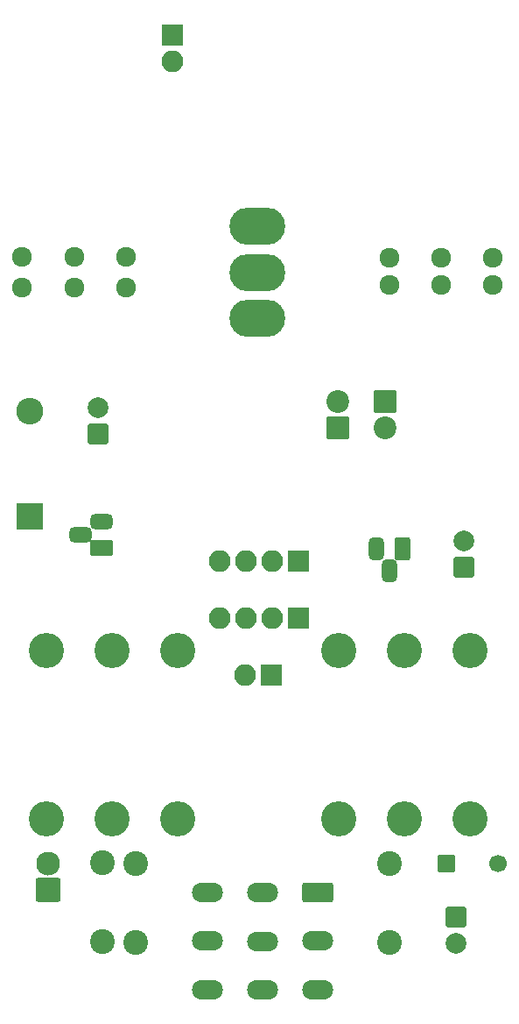
<source format=gbr>
%TF.GenerationSoftware,KiCad,Pcbnew,7.0.5.1-1-g8f565ef7f0-dirty-deb11*%
%TF.CreationDate,2023-08-08T15:30:21+00:00*%
%TF.ProjectId,GreenBean,47726565-6e42-4656-916e-2e6b69636164,rev?*%
%TF.SameCoordinates,Original*%
%TF.FileFunction,Soldermask,Bot*%
%TF.FilePolarity,Negative*%
%FSLAX46Y46*%
G04 Gerber Fmt 4.6, Leading zero omitted, Abs format (unit mm)*
G04 Created by KiCad (PCBNEW 7.0.5.1-1-g8f565ef7f0-dirty-deb11) date 2023-08-08 15:30:21*
%MOMM*%
%LPD*%
G01*
G04 APERTURE LIST*
G04 Aperture macros list*
%AMRoundRect*
0 Rectangle with rounded corners*
0 $1 Rounding radius*
0 $2 $3 $4 $5 $6 $7 $8 $9 X,Y pos of 4 corners*
0 Add a 4 corners polygon primitive as box body*
4,1,4,$2,$3,$4,$5,$6,$7,$8,$9,$2,$3,0*
0 Add four circle primitives for the rounded corners*
1,1,$1+$1,$2,$3*
1,1,$1+$1,$4,$5*
1,1,$1+$1,$6,$7*
1,1,$1+$1,$8,$9*
0 Add four rect primitives between the rounded corners*
20,1,$1+$1,$2,$3,$4,$5,0*
20,1,$1+$1,$4,$5,$6,$7,0*
20,1,$1+$1,$6,$7,$8,$9,0*
20,1,$1+$1,$8,$9,$2,$3,0*%
G04 Aperture macros list end*
%ADD10RoundRect,0.200000X1.300000X0.750000X-1.300000X0.750000X-1.300000X-0.750000X1.300000X-0.750000X0*%
%ADD11O,3.000000X1.900000*%
%ADD12C,3.400000*%
%ADD13RoundRect,0.200000X-0.850000X-0.850000X0.850000X-0.850000X0.850000X0.850000X-0.850000X0.850000X0*%
%ADD14O,2.100000X2.100000*%
%ADD15RoundRect,0.200000X-0.850000X0.850000X-0.850000X-0.850000X0.850000X-0.850000X0.850000X0.850000X0*%
%ADD16RoundRect,0.200000X-0.800000X0.800000X-0.800000X-0.800000X0.800000X-0.800000X0.800000X0.800000X0*%
%ADD17C,2.000000*%
%ADD18RoundRect,0.200000X1.000000X0.950000X-1.000000X0.950000X-1.000000X-0.950000X1.000000X-0.950000X0*%
%ADD19C,2.300000*%
%ADD20C,2.398980*%
%ADD21RoundRect,0.200000X-0.650000X-0.650000X0.650000X-0.650000X0.650000X0.650000X-0.650000X0.650000X0*%
%ADD22C,1.700000*%
%ADD23O,5.400000X3.600000*%
%ADD24RoundRect,0.200000X0.900000X-0.900000X0.900000X0.900000X-0.900000X0.900000X-0.900000X-0.900000X0*%
%ADD25C,2.200000*%
%ADD26RoundRect,0.200000X-0.900000X0.900000X-0.900000X-0.900000X0.900000X-0.900000X0.900000X0.900000X0*%
%ADD27RoundRect,0.200000X0.800000X-0.800000X0.800000X0.800000X-0.800000X0.800000X-0.800000X-0.800000X0*%
%ADD28RoundRect,0.200000X0.550000X0.900000X-0.550000X0.900000X-0.550000X-0.900000X0.550000X-0.900000X0*%
%ADD29RoundRect,0.475000X0.275000X0.625000X-0.275000X0.625000X-0.275000X-0.625000X0.275000X-0.625000X0*%
%ADD30RoundRect,0.200000X0.900000X-0.550000X0.900000X0.550000X-0.900000X0.550000X-0.900000X-0.550000X0*%
%ADD31RoundRect,0.475000X0.625000X-0.275000X0.625000X0.275000X-0.625000X0.275000X-0.625000X-0.275000X0*%
%ADD32RoundRect,0.200000X1.100000X-1.100000X1.100000X1.100000X-1.100000X1.100000X-1.100000X-1.100000X0*%
%ADD33O,2.600000X2.600000*%
%ADD34C,1.924000*%
G04 APERTURE END LIST*
D10*
%TO.C,SW1*%
X148550000Y-137825000D03*
D11*
X143250000Y-137825000D03*
X137950000Y-137825000D03*
X148550000Y-142525000D03*
X143250000Y-142550000D03*
X137950000Y-142525000D03*
X148550000Y-147225000D03*
X143250000Y-147225000D03*
X137950000Y-147225000D03*
%TD*%
D12*
%TO.C,J3*%
X128660000Y-130730000D03*
X128660000Y-114500000D03*
X122310000Y-130730000D03*
X122310000Y-114500000D03*
X135010000Y-130730000D03*
X135010000Y-114500000D03*
%TD*%
D13*
%TO.C,J1*%
X134510000Y-55000000D03*
D14*
X134510000Y-57540000D03*
%TD*%
D15*
%TO.C,JOVGI1*%
X146700000Y-111350000D03*
D14*
X144160000Y-111350000D03*
X141620000Y-111350000D03*
X139080000Y-111350000D03*
%TD*%
D15*
%TO.C,JOVGI2*%
X146700000Y-105800000D03*
D14*
X144160000Y-105800000D03*
X141620000Y-105800000D03*
X139080000Y-105800000D03*
%TD*%
D16*
%TO.C,C2*%
X162000000Y-140200000D03*
D17*
X162000000Y-142700000D03*
%TD*%
D18*
%TO.C,D1*%
X122500000Y-137540000D03*
D19*
X122500000Y-135000000D03*
%TD*%
D20*
%TO.C,R1*%
X155500000Y-135000000D03*
X155500000Y-142620000D03*
%TD*%
%TO.C,R2*%
X127760000Y-142600000D03*
X127760000Y-134980000D03*
%TD*%
%TO.C,R3*%
X131010000Y-135000000D03*
X131010000Y-142620000D03*
%TD*%
D21*
%TO.C,C1*%
X161050000Y-135000000D03*
D22*
X166050000Y-135000000D03*
%TD*%
D15*
%TO.C,J4*%
X144140000Y-116810000D03*
D14*
X141600000Y-116810000D03*
%TD*%
D12*
%TO.C,J2*%
X156925000Y-114500000D03*
X156925000Y-130730000D03*
X163275000Y-114500000D03*
X163275000Y-130730000D03*
X150575000Y-114500000D03*
X150575000Y-130730000D03*
%TD*%
D23*
%TO.C,SW2*%
X142710000Y-82400000D03*
X142710000Y-77950000D03*
X142710000Y-73500000D03*
%TD*%
D24*
%TO.C,D6*%
X150510000Y-92975000D03*
D25*
X150510000Y-90435000D03*
%TD*%
D26*
%TO.C,D3*%
X155110000Y-90425000D03*
D25*
X155110000Y-92965000D03*
%TD*%
D27*
%TO.C,C13*%
X127310000Y-93552651D03*
D17*
X127310000Y-91052651D03*
%TD*%
D28*
%TO.C,Q1*%
X156760000Y-104650000D03*
D29*
X155490000Y-106720000D03*
X154220000Y-104650000D03*
%TD*%
D27*
%TO.C,C10*%
X162710000Y-106400000D03*
D17*
X162710000Y-103900000D03*
%TD*%
D30*
%TO.C,Q4*%
X127680000Y-104570000D03*
D31*
X125610000Y-103300000D03*
X127680000Y-102030000D03*
%TD*%
D32*
%TO.C,D7*%
X120710000Y-101480000D03*
D33*
X120710000Y-91320000D03*
%TD*%
D34*
%TO.C,LOW1*%
X155510000Y-79154168D03*
X160510000Y-79154168D03*
X165510000Y-79154168D03*
%TD*%
%TO.C,TONE1*%
X130010000Y-76445832D03*
X125010000Y-76445832D03*
X120010000Y-76445832D03*
%TD*%
%TO.C,DRIVE1*%
X165510000Y-76550000D03*
X160510000Y-76550000D03*
X155510000Y-76550000D03*
%TD*%
%TO.C,VOL1*%
X120010000Y-79404168D03*
X125010000Y-79404168D03*
X130010000Y-79404168D03*
%TD*%
M02*

</source>
